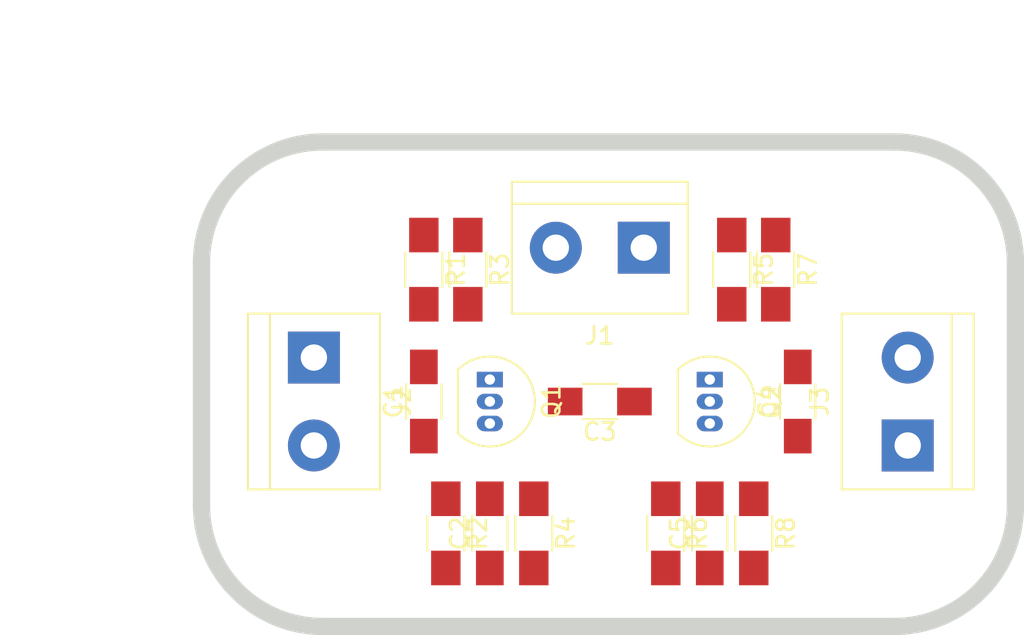
<source format=kicad_pcb>
(kicad_pcb (version 20171130) (host pcbnew "(5.0.1)-4")

  (general
    (thickness 1.6)
    (drawings 18)
    (tracks 0)
    (zones 0)
    (modules 18)
    (nets 11)
  )

  (page A4)
  (title_block
    (title "Two Stage Amplifier")
    (date 2020-11-26)
    (rev 1.0)
  )

  (layers
    (0 F.Cu signal)
    (31 B.Cu signal)
    (32 B.Adhes user)
    (33 F.Adhes user)
    (34 B.Paste user)
    (35 F.Paste user)
    (36 B.SilkS user)
    (37 F.SilkS user)
    (38 B.Mask user)
    (39 F.Mask user)
    (40 Dwgs.User user)
    (41 Cmts.User user)
    (42 Eco1.User user)
    (43 Eco2.User user)
    (44 Edge.Cuts user)
    (45 Margin user)
    (46 B.CrtYd user)
    (47 F.CrtYd user)
    (48 B.Fab user)
    (49 F.Fab user)
  )

  (setup
    (last_trace_width 0.5)
    (trace_clearance 0.2)
    (zone_clearance 0.508)
    (zone_45_only no)
    (trace_min 0.2)
    (segment_width 1)
    (edge_width 1)
    (via_size 0.8)
    (via_drill 0.6)
    (via_min_size 0.4)
    (via_min_drill 0.3)
    (uvia_size 0.3)
    (uvia_drill 0.1)
    (uvias_allowed no)
    (uvia_min_size 0.2)
    (uvia_min_drill 0.1)
    (pcb_text_width 0.3)
    (pcb_text_size 1.5 1.5)
    (mod_edge_width 0.15)
    (mod_text_size 1 1)
    (mod_text_width 0.15)
    (pad_size 1.524 1.524)
    (pad_drill 0.762)
    (pad_to_mask_clearance 0.051)
    (solder_mask_min_width 0.25)
    (aux_axis_origin 0 0)
    (grid_origin 109.22 62.23)
    (visible_elements FFFFFF7F)
    (pcbplotparams
      (layerselection 0x010fc_ffffffff)
      (usegerberextensions false)
      (usegerberattributes false)
      (usegerberadvancedattributes false)
      (creategerberjobfile false)
      (excludeedgelayer true)
      (linewidth 0.100000)
      (plotframeref false)
      (viasonmask false)
      (mode 1)
      (useauxorigin false)
      (hpglpennumber 1)
      (hpglpenspeed 20)
      (hpglpendiameter 15.000000)
      (psnegative false)
      (psa4output false)
      (plotreference true)
      (plotvalue true)
      (plotinvisibletext false)
      (padsonsilk false)
      (subtractmaskfromsilk false)
      (outputformat 1)
      (mirror false)
      (drillshape 1)
      (scaleselection 1)
      (outputdirectory ""))
  )

  (net 0 "")
  (net 1 "Net-(C1-Pad2)")
  (net 2 "Net-(C1-Pad1)")
  (net 3 "Net-(C2-Pad2)")
  (net 4 "Net-(C3-Pad2)")
  (net 5 "Net-(C3-Pad1)")
  (net 6 "Net-(C4-Pad2)")
  (net 7 "Net-(C4-Pad1)")
  (net 8 "Net-(C5-Pad2)")
  (net 9 /GND)
  (net 10 /VCC)

  (net_class Default "This is the default net class."
    (clearance 0.2)
    (trace_width 0.5)
    (via_dia 0.8)
    (via_drill 0.6)
    (uvia_dia 0.3)
    (uvia_drill 0.1)
    (add_net /GND)
    (add_net /VCC)
    (add_net "Net-(C1-Pad1)")
    (add_net "Net-(C1-Pad2)")
    (add_net "Net-(C2-Pad2)")
    (add_net "Net-(C3-Pad1)")
    (add_net "Net-(C3-Pad2)")
    (add_net "Net-(C4-Pad1)")
    (add_net "Net-(C4-Pad2)")
    (add_net "Net-(C5-Pad2)")
  )

  (net_class Power ""
    (clearance 0.2)
    (trace_width 1)
    (via_dia 1)
    (via_drill 0.6)
    (uvia_dia 0.3)
    (uvia_drill 0.1)
  )

  (module Capacitors_SMD:C_1206_HandSoldering (layer F.Cu) (tedit 58AA84D1) (tstamp 5FBF5E0C)
    (at 99.06 62.23 90)
    (descr "Capacitor SMD 1206, hand soldering")
    (tags "capacitor 1206")
    (path /5F8DD42A)
    (attr smd)
    (fp_text reference C1 (at 0 -1.75 90) (layer F.SilkS)
      (effects (font (size 1 1) (thickness 0.15)))
    )
    (fp_text value 20uF (at 0 2 90) (layer F.Fab)
      (effects (font (size 1 1) (thickness 0.15)))
    )
    (fp_line (start 3.25 1.05) (end -3.25 1.05) (layer F.CrtYd) (width 0.05))
    (fp_line (start 3.25 1.05) (end 3.25 -1.05) (layer F.CrtYd) (width 0.05))
    (fp_line (start -3.25 -1.05) (end -3.25 1.05) (layer F.CrtYd) (width 0.05))
    (fp_line (start -3.25 -1.05) (end 3.25 -1.05) (layer F.CrtYd) (width 0.05))
    (fp_line (start -1 1.02) (end 1 1.02) (layer F.SilkS) (width 0.12))
    (fp_line (start 1 -1.02) (end -1 -1.02) (layer F.SilkS) (width 0.12))
    (fp_line (start -1.6 -0.8) (end 1.6 -0.8) (layer F.Fab) (width 0.1))
    (fp_line (start 1.6 -0.8) (end 1.6 0.8) (layer F.Fab) (width 0.1))
    (fp_line (start 1.6 0.8) (end -1.6 0.8) (layer F.Fab) (width 0.1))
    (fp_line (start -1.6 0.8) (end -1.6 -0.8) (layer F.Fab) (width 0.1))
    (fp_text user %R (at 0 -1.75 90) (layer F.Fab)
      (effects (font (size 1 1) (thickness 0.15)))
    )
    (pad 2 smd rect (at 2 0 90) (size 2 1.6) (layers F.Cu F.Paste F.Mask)
      (net 1 "Net-(C1-Pad2)"))
    (pad 1 smd rect (at -2 0 90) (size 2 1.6) (layers F.Cu F.Paste F.Mask)
      (net 2 "Net-(C1-Pad1)"))
    (model Capacitors_SMD.3dshapes/C_1206.wrl
      (at (xyz 0 0 0))
      (scale (xyz 1 1 1))
      (rotate (xyz 0 0 0))
    )
  )

  (module Capacitors_SMD:C_1206_HandSoldering (layer F.Cu) (tedit 58AA84D1) (tstamp 5FBF5E1D)
    (at 102.87 69.85 90)
    (descr "Capacitor SMD 1206, hand soldering")
    (tags "capacitor 1206")
    (path /5F8DEA41)
    (attr smd)
    (fp_text reference C2 (at 0 -1.75 90) (layer F.SilkS)
      (effects (font (size 1 1) (thickness 0.15)))
    )
    (fp_text value 47uF (at 0 2 90) (layer F.Fab)
      (effects (font (size 1 1) (thickness 0.15)))
    )
    (fp_text user %R (at 0 -1.75 90) (layer F.Fab)
      (effects (font (size 1 1) (thickness 0.15)))
    )
    (fp_line (start -1.6 0.8) (end -1.6 -0.8) (layer F.Fab) (width 0.1))
    (fp_line (start 1.6 0.8) (end -1.6 0.8) (layer F.Fab) (width 0.1))
    (fp_line (start 1.6 -0.8) (end 1.6 0.8) (layer F.Fab) (width 0.1))
    (fp_line (start -1.6 -0.8) (end 1.6 -0.8) (layer F.Fab) (width 0.1))
    (fp_line (start 1 -1.02) (end -1 -1.02) (layer F.SilkS) (width 0.12))
    (fp_line (start -1 1.02) (end 1 1.02) (layer F.SilkS) (width 0.12))
    (fp_line (start -3.25 -1.05) (end 3.25 -1.05) (layer F.CrtYd) (width 0.05))
    (fp_line (start -3.25 -1.05) (end -3.25 1.05) (layer F.CrtYd) (width 0.05))
    (fp_line (start 3.25 1.05) (end 3.25 -1.05) (layer F.CrtYd) (width 0.05))
    (fp_line (start 3.25 1.05) (end -3.25 1.05) (layer F.CrtYd) (width 0.05))
    (pad 1 smd rect (at -2 0 90) (size 2 1.6) (layers F.Cu F.Paste F.Mask)
      (net 9 /GND))
    (pad 2 smd rect (at 2 0 90) (size 2 1.6) (layers F.Cu F.Paste F.Mask)
      (net 3 "Net-(C2-Pad2)"))
    (model Capacitors_SMD.3dshapes/C_1206.wrl
      (at (xyz 0 0 0))
      (scale (xyz 1 1 1))
      (rotate (xyz 0 0 0))
    )
  )

  (module Capacitors_SMD:C_1206_HandSoldering (layer F.Cu) (tedit 58AA84D1) (tstamp 5FBF5E2E)
    (at 109.22 62.23 180)
    (descr "Capacitor SMD 1206, hand soldering")
    (tags "capacitor 1206")
    (path /5F8E463E)
    (attr smd)
    (fp_text reference C3 (at 0 -1.75 180) (layer F.SilkS)
      (effects (font (size 1 1) (thickness 0.15)))
    )
    (fp_text value 20uF (at 0 2 180) (layer F.Fab)
      (effects (font (size 1 1) (thickness 0.15)))
    )
    (fp_line (start 3.25 1.05) (end -3.25 1.05) (layer F.CrtYd) (width 0.05))
    (fp_line (start 3.25 1.05) (end 3.25 -1.05) (layer F.CrtYd) (width 0.05))
    (fp_line (start -3.25 -1.05) (end -3.25 1.05) (layer F.CrtYd) (width 0.05))
    (fp_line (start -3.25 -1.05) (end 3.25 -1.05) (layer F.CrtYd) (width 0.05))
    (fp_line (start -1 1.02) (end 1 1.02) (layer F.SilkS) (width 0.12))
    (fp_line (start 1 -1.02) (end -1 -1.02) (layer F.SilkS) (width 0.12))
    (fp_line (start -1.6 -0.8) (end 1.6 -0.8) (layer F.Fab) (width 0.1))
    (fp_line (start 1.6 -0.8) (end 1.6 0.8) (layer F.Fab) (width 0.1))
    (fp_line (start 1.6 0.8) (end -1.6 0.8) (layer F.Fab) (width 0.1))
    (fp_line (start -1.6 0.8) (end -1.6 -0.8) (layer F.Fab) (width 0.1))
    (fp_text user %R (at 0 -1.75 180) (layer F.Fab)
      (effects (font (size 1 1) (thickness 0.15)))
    )
    (pad 2 smd rect (at 2 0 180) (size 2 1.6) (layers F.Cu F.Paste F.Mask)
      (net 4 "Net-(C3-Pad2)"))
    (pad 1 smd rect (at -2 0 180) (size 2 1.6) (layers F.Cu F.Paste F.Mask)
      (net 5 "Net-(C3-Pad1)"))
    (model Capacitors_SMD.3dshapes/C_1206.wrl
      (at (xyz 0 0 0))
      (scale (xyz 1 1 1))
      (rotate (xyz 0 0 0))
    )
  )

  (module Capacitors_SMD:C_1206_HandSoldering (layer F.Cu) (tedit 58AA84D1) (tstamp 5FBF5E3F)
    (at 120.65 62.23 90)
    (descr "Capacitor SMD 1206, hand soldering")
    (tags "capacitor 1206")
    (path /5F8E6554)
    (attr smd)
    (fp_text reference C4 (at 0 -1.75 90) (layer F.SilkS)
      (effects (font (size 1 1) (thickness 0.15)))
    )
    (fp_text value 20uF (at 0 2 90) (layer F.Fab)
      (effects (font (size 1 1) (thickness 0.15)))
    )
    (fp_line (start 3.25 1.05) (end -3.25 1.05) (layer F.CrtYd) (width 0.05))
    (fp_line (start 3.25 1.05) (end 3.25 -1.05) (layer F.CrtYd) (width 0.05))
    (fp_line (start -3.25 -1.05) (end -3.25 1.05) (layer F.CrtYd) (width 0.05))
    (fp_line (start -3.25 -1.05) (end 3.25 -1.05) (layer F.CrtYd) (width 0.05))
    (fp_line (start -1 1.02) (end 1 1.02) (layer F.SilkS) (width 0.12))
    (fp_line (start 1 -1.02) (end -1 -1.02) (layer F.SilkS) (width 0.12))
    (fp_line (start -1.6 -0.8) (end 1.6 -0.8) (layer F.Fab) (width 0.1))
    (fp_line (start 1.6 -0.8) (end 1.6 0.8) (layer F.Fab) (width 0.1))
    (fp_line (start 1.6 0.8) (end -1.6 0.8) (layer F.Fab) (width 0.1))
    (fp_line (start -1.6 0.8) (end -1.6 -0.8) (layer F.Fab) (width 0.1))
    (fp_text user %R (at 0 -1.75 90) (layer F.Fab)
      (effects (font (size 1 1) (thickness 0.15)))
    )
    (pad 2 smd rect (at 2 0 90) (size 2 1.6) (layers F.Cu F.Paste F.Mask)
      (net 6 "Net-(C4-Pad2)"))
    (pad 1 smd rect (at -2 0 90) (size 2 1.6) (layers F.Cu F.Paste F.Mask)
      (net 7 "Net-(C4-Pad1)"))
    (model Capacitors_SMD.3dshapes/C_1206.wrl
      (at (xyz 0 0 0))
      (scale (xyz 1 1 1))
      (rotate (xyz 0 0 0))
    )
  )

  (module Capacitors_SMD:C_1206_HandSoldering (layer F.Cu) (tedit 58AA84D1) (tstamp 5FBF5E50)
    (at 115.57 69.85 90)
    (descr "Capacitor SMD 1206, hand soldering")
    (tags "capacitor 1206")
    (path /5F8E4665)
    (attr smd)
    (fp_text reference C5 (at 0 -1.75 90) (layer F.SilkS)
      (effects (font (size 1 1) (thickness 0.15)))
    )
    (fp_text value 47uF (at 0 2 90) (layer F.Fab)
      (effects (font (size 1 1) (thickness 0.15)))
    )
    (fp_text user %R (at 0 -1.75 90) (layer F.Fab)
      (effects (font (size 1 1) (thickness 0.15)))
    )
    (fp_line (start -1.6 0.8) (end -1.6 -0.8) (layer F.Fab) (width 0.1))
    (fp_line (start 1.6 0.8) (end -1.6 0.8) (layer F.Fab) (width 0.1))
    (fp_line (start 1.6 -0.8) (end 1.6 0.8) (layer F.Fab) (width 0.1))
    (fp_line (start -1.6 -0.8) (end 1.6 -0.8) (layer F.Fab) (width 0.1))
    (fp_line (start 1 -1.02) (end -1 -1.02) (layer F.SilkS) (width 0.12))
    (fp_line (start -1 1.02) (end 1 1.02) (layer F.SilkS) (width 0.12))
    (fp_line (start -3.25 -1.05) (end 3.25 -1.05) (layer F.CrtYd) (width 0.05))
    (fp_line (start -3.25 -1.05) (end -3.25 1.05) (layer F.CrtYd) (width 0.05))
    (fp_line (start 3.25 1.05) (end 3.25 -1.05) (layer F.CrtYd) (width 0.05))
    (fp_line (start 3.25 1.05) (end -3.25 1.05) (layer F.CrtYd) (width 0.05))
    (pad 1 smd rect (at -2 0 90) (size 2 1.6) (layers F.Cu F.Paste F.Mask)
      (net 9 /GND))
    (pad 2 smd rect (at 2 0 90) (size 2 1.6) (layers F.Cu F.Paste F.Mask)
      (net 8 "Net-(C5-Pad2)"))
    (model Capacitors_SMD.3dshapes/C_1206.wrl
      (at (xyz 0 0 0))
      (scale (xyz 1 1 1))
      (rotate (xyz 0 0 0))
    )
  )

  (module Terminal_Blocks:TerminalBlock_bornier-2_P5.08mm (layer F.Cu) (tedit 59FF03AB) (tstamp 5FBF5E65)
    (at 111.76 53.34 180)
    (descr "simple 2-pin terminal block, pitch 5.08mm, revamped version of bornier2")
    (tags "terminal block bornier2")
    (path /5F8DD203)
    (fp_text reference J1 (at 2.54 -5.08 180) (layer F.SilkS)
      (effects (font (size 1 1) (thickness 0.15)))
    )
    (fp_text value Power_Supply (at 2.54 -2.54 180) (layer F.Fab)
      (effects (font (size 1 1) (thickness 0.15)))
    )
    (fp_line (start 7.79 4) (end -2.71 4) (layer F.CrtYd) (width 0.05))
    (fp_line (start 7.79 4) (end 7.79 -4) (layer F.CrtYd) (width 0.05))
    (fp_line (start -2.71 -4) (end -2.71 4) (layer F.CrtYd) (width 0.05))
    (fp_line (start -2.71 -4) (end 7.79 -4) (layer F.CrtYd) (width 0.05))
    (fp_line (start -2.54 3.81) (end 7.62 3.81) (layer F.SilkS) (width 0.12))
    (fp_line (start -2.54 -3.81) (end -2.54 3.81) (layer F.SilkS) (width 0.12))
    (fp_line (start 7.62 -3.81) (end -2.54 -3.81) (layer F.SilkS) (width 0.12))
    (fp_line (start 7.62 3.81) (end 7.62 -3.81) (layer F.SilkS) (width 0.12))
    (fp_line (start 7.62 2.54) (end -2.54 2.54) (layer F.SilkS) (width 0.12))
    (fp_line (start 7.54 -3.75) (end -2.46 -3.75) (layer F.Fab) (width 0.1))
    (fp_line (start 7.54 3.75) (end 7.54 -3.75) (layer F.Fab) (width 0.1))
    (fp_line (start -2.46 3.75) (end 7.54 3.75) (layer F.Fab) (width 0.1))
    (fp_line (start -2.46 -3.75) (end -2.46 3.75) (layer F.Fab) (width 0.1))
    (fp_line (start -2.41 2.55) (end 7.49 2.55) (layer F.Fab) (width 0.1))
    (fp_text user %R (at 2.54 0 180) (layer F.Fab)
      (effects (font (size 1 1) (thickness 0.15)))
    )
    (pad 2 thru_hole circle (at 5.08 0 180) (size 3 3) (drill 1.52) (layers *.Cu *.Mask)
      (net 9 /GND))
    (pad 1 thru_hole rect (at 0 0 180) (size 3 3) (drill 1.52) (layers *.Cu *.Mask)
      (net 10 /VCC))
    (model ${KISYS3DMOD}/Terminal_Blocks.3dshapes/TerminalBlock_bornier-2_P5.08mm.wrl
      (offset (xyz 2.539999961853027 0 0))
      (scale (xyz 1 1 1))
      (rotate (xyz 0 0 0))
    )
  )

  (module Terminal_Blocks:TerminalBlock_bornier-2_P5.08mm (layer F.Cu) (tedit 59FF03AB) (tstamp 5FBF5E7A)
    (at 92.71 59.69 270)
    (descr "simple 2-pin terminal block, pitch 5.08mm, revamped version of bornier2")
    (tags "terminal block bornier2")
    (path /5F8DD184)
    (fp_text reference J2 (at 2.54 -5.08 270) (layer F.SilkS)
      (effects (font (size 1 1) (thickness 0.15)))
    )
    (fp_text value Signal_In (at -3.81 0) (layer F.Fab)
      (effects (font (size 1 1) (thickness 0.15)))
    )
    (fp_line (start 7.79 4) (end -2.71 4) (layer F.CrtYd) (width 0.05))
    (fp_line (start 7.79 4) (end 7.79 -4) (layer F.CrtYd) (width 0.05))
    (fp_line (start -2.71 -4) (end -2.71 4) (layer F.CrtYd) (width 0.05))
    (fp_line (start -2.71 -4) (end 7.79 -4) (layer F.CrtYd) (width 0.05))
    (fp_line (start -2.54 3.81) (end 7.62 3.81) (layer F.SilkS) (width 0.12))
    (fp_line (start -2.54 -3.81) (end -2.54 3.81) (layer F.SilkS) (width 0.12))
    (fp_line (start 7.62 -3.81) (end -2.54 -3.81) (layer F.SilkS) (width 0.12))
    (fp_line (start 7.62 3.81) (end 7.62 -3.81) (layer F.SilkS) (width 0.12))
    (fp_line (start 7.62 2.54) (end -2.54 2.54) (layer F.SilkS) (width 0.12))
    (fp_line (start 7.54 -3.75) (end -2.46 -3.75) (layer F.Fab) (width 0.1))
    (fp_line (start 7.54 3.75) (end 7.54 -3.75) (layer F.Fab) (width 0.1))
    (fp_line (start -2.46 3.75) (end 7.54 3.75) (layer F.Fab) (width 0.1))
    (fp_line (start -2.46 -3.75) (end -2.46 3.75) (layer F.Fab) (width 0.1))
    (fp_line (start -2.41 2.55) (end 7.49 2.55) (layer F.Fab) (width 0.1))
    (fp_text user %R (at 2.54 0 270) (layer F.Fab)
      (effects (font (size 1 1) (thickness 0.15)))
    )
    (pad 2 thru_hole circle (at 5.08 0 270) (size 3 3) (drill 1.52) (layers *.Cu *.Mask)
      (net 9 /GND))
    (pad 1 thru_hole rect (at 0 0 270) (size 3 3) (drill 1.52) (layers *.Cu *.Mask)
      (net 1 "Net-(C1-Pad2)"))
    (model ${KISYS3DMOD}/Terminal_Blocks.3dshapes/TerminalBlock_bornier-2_P5.08mm.wrl
      (offset (xyz 2.539999961853027 0 0))
      (scale (xyz 1 1 1))
      (rotate (xyz 0 0 0))
    )
  )

  (module Terminal_Blocks:TerminalBlock_bornier-2_P5.08mm (layer F.Cu) (tedit 59FF03AB) (tstamp 5FBF5E8F)
    (at 127 64.77 90)
    (descr "simple 2-pin terminal block, pitch 5.08mm, revamped version of bornier2")
    (tags "terminal block bornier2")
    (path /5F8E86F2)
    (fp_text reference J3 (at 2.54 -5.08 90) (layer F.SilkS)
      (effects (font (size 1 1) (thickness 0.15)))
    )
    (fp_text value Signal_Out (at 8.89 0 180) (layer F.Fab)
      (effects (font (size 1 1) (thickness 0.15)))
    )
    (fp_text user %R (at 2.54 0 90) (layer F.Fab)
      (effects (font (size 1 1) (thickness 0.15)))
    )
    (fp_line (start -2.41 2.55) (end 7.49 2.55) (layer F.Fab) (width 0.1))
    (fp_line (start -2.46 -3.75) (end -2.46 3.75) (layer F.Fab) (width 0.1))
    (fp_line (start -2.46 3.75) (end 7.54 3.75) (layer F.Fab) (width 0.1))
    (fp_line (start 7.54 3.75) (end 7.54 -3.75) (layer F.Fab) (width 0.1))
    (fp_line (start 7.54 -3.75) (end -2.46 -3.75) (layer F.Fab) (width 0.1))
    (fp_line (start 7.62 2.54) (end -2.54 2.54) (layer F.SilkS) (width 0.12))
    (fp_line (start 7.62 3.81) (end 7.62 -3.81) (layer F.SilkS) (width 0.12))
    (fp_line (start 7.62 -3.81) (end -2.54 -3.81) (layer F.SilkS) (width 0.12))
    (fp_line (start -2.54 -3.81) (end -2.54 3.81) (layer F.SilkS) (width 0.12))
    (fp_line (start -2.54 3.81) (end 7.62 3.81) (layer F.SilkS) (width 0.12))
    (fp_line (start -2.71 -4) (end 7.79 -4) (layer F.CrtYd) (width 0.05))
    (fp_line (start -2.71 -4) (end -2.71 4) (layer F.CrtYd) (width 0.05))
    (fp_line (start 7.79 4) (end 7.79 -4) (layer F.CrtYd) (width 0.05))
    (fp_line (start 7.79 4) (end -2.71 4) (layer F.CrtYd) (width 0.05))
    (pad 1 thru_hole rect (at 0 0 90) (size 3 3) (drill 1.52) (layers *.Cu *.Mask)
      (net 7 "Net-(C4-Pad1)"))
    (pad 2 thru_hole circle (at 5.08 0 90) (size 3 3) (drill 1.52) (layers *.Cu *.Mask)
      (net 9 /GND))
    (model ${KISYS3DMOD}/Terminal_Blocks.3dshapes/TerminalBlock_bornier-2_P5.08mm.wrl
      (offset (xyz 2.539999961853027 0 0))
      (scale (xyz 1 1 1))
      (rotate (xyz 0 0 0))
    )
  )

  (module TO_SOT_Packages_THT:TO-92_Inline_Narrow_Oval (layer F.Cu) (tedit 58CE52AF) (tstamp 5FBF5EA1)
    (at 102.87 60.96 270)
    (descr "TO-92 leads in-line, narrow, oval pads, drill 0.6mm (see NXP sot054_po.pdf)")
    (tags "to-92 sc-43 sc-43a sot54 PA33 transistor")
    (path /5F8DD3E4)
    (fp_text reference Q1 (at 1.27 -3.56 270) (layer F.SilkS)
      (effects (font (size 1 1) (thickness 0.15)))
    )
    (fp_text value BC548 (at 1.27 2.79 270) (layer F.Fab)
      (effects (font (size 1 1) (thickness 0.15)))
    )
    (fp_arc (start 1.27 0) (end 1.27 -2.6) (angle 135) (layer F.SilkS) (width 0.12))
    (fp_arc (start 1.27 0) (end 1.27 -2.48) (angle -135) (layer F.Fab) (width 0.1))
    (fp_arc (start 1.27 0) (end 1.27 -2.6) (angle -135) (layer F.SilkS) (width 0.12))
    (fp_arc (start 1.27 0) (end 1.27 -2.48) (angle 135) (layer F.Fab) (width 0.1))
    (fp_line (start 4 2.01) (end -1.46 2.01) (layer F.CrtYd) (width 0.05))
    (fp_line (start 4 2.01) (end 4 -2.73) (layer F.CrtYd) (width 0.05))
    (fp_line (start -1.46 -2.73) (end -1.46 2.01) (layer F.CrtYd) (width 0.05))
    (fp_line (start -1.46 -2.73) (end 4 -2.73) (layer F.CrtYd) (width 0.05))
    (fp_line (start -0.5 1.75) (end 3 1.75) (layer F.Fab) (width 0.1))
    (fp_line (start -0.53 1.85) (end 3.07 1.85) (layer F.SilkS) (width 0.12))
    (fp_text user %R (at 1.27 -3.56 270) (layer F.Fab)
      (effects (font (size 1 1) (thickness 0.15)))
    )
    (pad 1 thru_hole rect (at 0 0 90) (size 0.9 1.5) (drill 0.6) (layers *.Cu *.Mask)
      (net 4 "Net-(C3-Pad2)"))
    (pad 3 thru_hole oval (at 2.54 0 90) (size 0.9 1.5) (drill 0.6) (layers *.Cu *.Mask)
      (net 3 "Net-(C2-Pad2)"))
    (pad 2 thru_hole oval (at 1.27 0 90) (size 0.9 1.5) (drill 0.6) (layers *.Cu *.Mask)
      (net 2 "Net-(C1-Pad1)"))
    (model ${KISYS3DMOD}/TO_SOT_Packages_THT.3dshapes/TO-92_Inline_Narrow_Oval.wrl
      (offset (xyz 1.269999980926514 0 0))
      (scale (xyz 1 1 1))
      (rotate (xyz 0 0 -90))
    )
  )

  (module TO_SOT_Packages_THT:TO-92_Inline_Narrow_Oval (layer F.Cu) (tedit 58CE52AF) (tstamp 5FBF5EB3)
    (at 115.57 60.96 270)
    (descr "TO-92 leads in-line, narrow, oval pads, drill 0.6mm (see NXP sot054_po.pdf)")
    (tags "to-92 sc-43 sc-43a sot54 PA33 transistor")
    (path /5F8E4637)
    (fp_text reference Q2 (at 1.27 -3.56 270) (layer F.SilkS)
      (effects (font (size 1 1) (thickness 0.15)))
    )
    (fp_text value BC548 (at 1.27 2.79 270) (layer F.Fab)
      (effects (font (size 1 1) (thickness 0.15)))
    )
    (fp_text user %R (at 1.27 -3.56 270) (layer F.Fab)
      (effects (font (size 1 1) (thickness 0.15)))
    )
    (fp_line (start -0.53 1.85) (end 3.07 1.85) (layer F.SilkS) (width 0.12))
    (fp_line (start -0.5 1.75) (end 3 1.75) (layer F.Fab) (width 0.1))
    (fp_line (start -1.46 -2.73) (end 4 -2.73) (layer F.CrtYd) (width 0.05))
    (fp_line (start -1.46 -2.73) (end -1.46 2.01) (layer F.CrtYd) (width 0.05))
    (fp_line (start 4 2.01) (end 4 -2.73) (layer F.CrtYd) (width 0.05))
    (fp_line (start 4 2.01) (end -1.46 2.01) (layer F.CrtYd) (width 0.05))
    (fp_arc (start 1.27 0) (end 1.27 -2.48) (angle 135) (layer F.Fab) (width 0.1))
    (fp_arc (start 1.27 0) (end 1.27 -2.6) (angle -135) (layer F.SilkS) (width 0.12))
    (fp_arc (start 1.27 0) (end 1.27 -2.48) (angle -135) (layer F.Fab) (width 0.1))
    (fp_arc (start 1.27 0) (end 1.27 -2.6) (angle 135) (layer F.SilkS) (width 0.12))
    (pad 2 thru_hole oval (at 1.27 0 90) (size 0.9 1.5) (drill 0.6) (layers *.Cu *.Mask)
      (net 5 "Net-(C3-Pad1)"))
    (pad 3 thru_hole oval (at 2.54 0 90) (size 0.9 1.5) (drill 0.6) (layers *.Cu *.Mask)
      (net 8 "Net-(C5-Pad2)"))
    (pad 1 thru_hole rect (at 0 0 90) (size 0.9 1.5) (drill 0.6) (layers *.Cu *.Mask)
      (net 6 "Net-(C4-Pad2)"))
    (model ${KISYS3DMOD}/TO_SOT_Packages_THT.3dshapes/TO-92_Inline_Narrow_Oval.wrl
      (offset (xyz 1.269999980926514 0 0))
      (scale (xyz 1 1 1))
      (rotate (xyz 0 0 -90))
    )
  )

  (module Resistors_SMD:R_1206_HandSoldering (layer F.Cu) (tedit 58E0A804) (tstamp 5FBF6C5D)
    (at 99.06 54.61 270)
    (descr "Resistor SMD 1206, hand soldering")
    (tags "resistor 1206")
    (path /5F8E26C5)
    (attr smd)
    (fp_text reference R1 (at 0 -1.85 270) (layer F.SilkS)
      (effects (font (size 1 1) (thickness 0.15)))
    )
    (fp_text value 24k (at 0 1.9 270) (layer F.Fab)
      (effects (font (size 1 1) (thickness 0.15)))
    )
    (fp_text user %R (at 0 0 270) (layer F.Fab)
      (effects (font (size 0.7 0.7) (thickness 0.105)))
    )
    (fp_line (start -1.6 0.8) (end -1.6 -0.8) (layer F.Fab) (width 0.1))
    (fp_line (start 1.6 0.8) (end -1.6 0.8) (layer F.Fab) (width 0.1))
    (fp_line (start 1.6 -0.8) (end 1.6 0.8) (layer F.Fab) (width 0.1))
    (fp_line (start -1.6 -0.8) (end 1.6 -0.8) (layer F.Fab) (width 0.1))
    (fp_line (start 1 1.07) (end -1 1.07) (layer F.SilkS) (width 0.12))
    (fp_line (start -1 -1.07) (end 1 -1.07) (layer F.SilkS) (width 0.12))
    (fp_line (start -3.25 -1.11) (end 3.25 -1.11) (layer F.CrtYd) (width 0.05))
    (fp_line (start -3.25 -1.11) (end -3.25 1.1) (layer F.CrtYd) (width 0.05))
    (fp_line (start 3.25 1.1) (end 3.25 -1.11) (layer F.CrtYd) (width 0.05))
    (fp_line (start 3.25 1.1) (end -3.25 1.1) (layer F.CrtYd) (width 0.05))
    (pad 1 smd rect (at -2 0 270) (size 2 1.7) (layers F.Cu F.Paste F.Mask)
      (net 10 /VCC))
    (pad 2 smd rect (at 2 0 270) (size 2 1.7) (layers F.Cu F.Paste F.Mask)
      (net 2 "Net-(C1-Pad1)"))
    (model ${KISYS3DMOD}/Resistors_SMD.3dshapes/R_1206.wrl
      (at (xyz 0 0 0))
      (scale (xyz 1 1 1))
      (rotate (xyz 0 0 0))
    )
  )

  (module Resistors_SMD:R_1206_HandSoldering (layer F.Cu) (tedit 58E0A804) (tstamp 5FBF6C6D)
    (at 100.33 69.85 270)
    (descr "Resistor SMD 1206, hand soldering")
    (tags "resistor 1206")
    (path /5F8DD557)
    (attr smd)
    (fp_text reference R2 (at 0 -1.85 270) (layer F.SilkS)
      (effects (font (size 1 1) (thickness 0.15)))
    )
    (fp_text value 6k8 (at 0 1.9 270) (layer F.Fab)
      (effects (font (size 1 1) (thickness 0.15)))
    )
    (fp_line (start 3.25 1.1) (end -3.25 1.1) (layer F.CrtYd) (width 0.05))
    (fp_line (start 3.25 1.1) (end 3.25 -1.11) (layer F.CrtYd) (width 0.05))
    (fp_line (start -3.25 -1.11) (end -3.25 1.1) (layer F.CrtYd) (width 0.05))
    (fp_line (start -3.25 -1.11) (end 3.25 -1.11) (layer F.CrtYd) (width 0.05))
    (fp_line (start -1 -1.07) (end 1 -1.07) (layer F.SilkS) (width 0.12))
    (fp_line (start 1 1.07) (end -1 1.07) (layer F.SilkS) (width 0.12))
    (fp_line (start -1.6 -0.8) (end 1.6 -0.8) (layer F.Fab) (width 0.1))
    (fp_line (start 1.6 -0.8) (end 1.6 0.8) (layer F.Fab) (width 0.1))
    (fp_line (start 1.6 0.8) (end -1.6 0.8) (layer F.Fab) (width 0.1))
    (fp_line (start -1.6 0.8) (end -1.6 -0.8) (layer F.Fab) (width 0.1))
    (fp_text user %R (at 0 0 270) (layer F.Fab)
      (effects (font (size 0.7 0.7) (thickness 0.105)))
    )
    (pad 2 smd rect (at 2 0 270) (size 2 1.7) (layers F.Cu F.Paste F.Mask)
      (net 9 /GND))
    (pad 1 smd rect (at -2 0 270) (size 2 1.7) (layers F.Cu F.Paste F.Mask)
      (net 2 "Net-(C1-Pad1)"))
    (model ${KISYS3DMOD}/Resistors_SMD.3dshapes/R_1206.wrl
      (at (xyz 0 0 0))
      (scale (xyz 1 1 1))
      (rotate (xyz 0 0 0))
    )
  )

  (module Resistors_SMD:R_1206_HandSoldering (layer F.Cu) (tedit 58E0A804) (tstamp 5FBF6C7D)
    (at 101.6 54.61 270)
    (descr "Resistor SMD 1206, hand soldering")
    (tags "resistor 1206")
    (path /5F8E26FD)
    (attr smd)
    (fp_text reference R3 (at 0 -1.85 270) (layer F.SilkS)
      (effects (font (size 1 1) (thickness 0.15)))
    )
    (fp_text value 4k7 (at 0 1.9 270) (layer F.Fab)
      (effects (font (size 1 1) (thickness 0.15)))
    )
    (fp_line (start 3.25 1.1) (end -3.25 1.1) (layer F.CrtYd) (width 0.05))
    (fp_line (start 3.25 1.1) (end 3.25 -1.11) (layer F.CrtYd) (width 0.05))
    (fp_line (start -3.25 -1.11) (end -3.25 1.1) (layer F.CrtYd) (width 0.05))
    (fp_line (start -3.25 -1.11) (end 3.25 -1.11) (layer F.CrtYd) (width 0.05))
    (fp_line (start -1 -1.07) (end 1 -1.07) (layer F.SilkS) (width 0.12))
    (fp_line (start 1 1.07) (end -1 1.07) (layer F.SilkS) (width 0.12))
    (fp_line (start -1.6 -0.8) (end 1.6 -0.8) (layer F.Fab) (width 0.1))
    (fp_line (start 1.6 -0.8) (end 1.6 0.8) (layer F.Fab) (width 0.1))
    (fp_line (start 1.6 0.8) (end -1.6 0.8) (layer F.Fab) (width 0.1))
    (fp_line (start -1.6 0.8) (end -1.6 -0.8) (layer F.Fab) (width 0.1))
    (fp_text user %R (at 0 0 270) (layer F.Fab)
      (effects (font (size 0.7 0.7) (thickness 0.105)))
    )
    (pad 2 smd rect (at 2 0 270) (size 2 1.7) (layers F.Cu F.Paste F.Mask)
      (net 4 "Net-(C3-Pad2)"))
    (pad 1 smd rect (at -2 0 270) (size 2 1.7) (layers F.Cu F.Paste F.Mask)
      (net 10 /VCC))
    (model ${KISYS3DMOD}/Resistors_SMD.3dshapes/R_1206.wrl
      (at (xyz 0 0 0))
      (scale (xyz 1 1 1))
      (rotate (xyz 0 0 0))
    )
  )

  (module Resistors_SMD:R_1206_HandSoldering (layer F.Cu) (tedit 58E0A804) (tstamp 5FBF6C8D)
    (at 105.41 69.85 270)
    (descr "Resistor SMD 1206, hand soldering")
    (tags "resistor 1206")
    (path /5F8E277A)
    (attr smd)
    (fp_text reference R4 (at 0 -1.85 270) (layer F.SilkS)
      (effects (font (size 1 1) (thickness 0.15)))
    )
    (fp_text value 1k8 (at 0 1.9 270) (layer F.Fab)
      (effects (font (size 1 1) (thickness 0.15)))
    )
    (fp_text user %R (at 0 0 270) (layer F.Fab)
      (effects (font (size 0.7 0.7) (thickness 0.105)))
    )
    (fp_line (start -1.6 0.8) (end -1.6 -0.8) (layer F.Fab) (width 0.1))
    (fp_line (start 1.6 0.8) (end -1.6 0.8) (layer F.Fab) (width 0.1))
    (fp_line (start 1.6 -0.8) (end 1.6 0.8) (layer F.Fab) (width 0.1))
    (fp_line (start -1.6 -0.8) (end 1.6 -0.8) (layer F.Fab) (width 0.1))
    (fp_line (start 1 1.07) (end -1 1.07) (layer F.SilkS) (width 0.12))
    (fp_line (start -1 -1.07) (end 1 -1.07) (layer F.SilkS) (width 0.12))
    (fp_line (start -3.25 -1.11) (end 3.25 -1.11) (layer F.CrtYd) (width 0.05))
    (fp_line (start -3.25 -1.11) (end -3.25 1.1) (layer F.CrtYd) (width 0.05))
    (fp_line (start 3.25 1.1) (end 3.25 -1.11) (layer F.CrtYd) (width 0.05))
    (fp_line (start 3.25 1.1) (end -3.25 1.1) (layer F.CrtYd) (width 0.05))
    (pad 1 smd rect (at -2 0 270) (size 2 1.7) (layers F.Cu F.Paste F.Mask)
      (net 3 "Net-(C2-Pad2)"))
    (pad 2 smd rect (at 2 0 270) (size 2 1.7) (layers F.Cu F.Paste F.Mask)
      (net 9 /GND))
    (model ${KISYS3DMOD}/Resistors_SMD.3dshapes/R_1206.wrl
      (at (xyz 0 0 0))
      (scale (xyz 1 1 1))
      (rotate (xyz 0 0 0))
    )
  )

  (module Resistors_SMD:R_1206_HandSoldering (layer F.Cu) (tedit 58E0A804) (tstamp 5FBF6C9D)
    (at 116.84 54.61 270)
    (descr "Resistor SMD 1206, hand soldering")
    (tags "resistor 1206")
    (path /5F8E466C)
    (attr smd)
    (fp_text reference R5 (at 0 -1.85 270) (layer F.SilkS)
      (effects (font (size 1 1) (thickness 0.15)))
    )
    (fp_text value 24k (at 0 1.9 270) (layer F.Fab)
      (effects (font (size 1 1) (thickness 0.15)))
    )
    (fp_text user %R (at 0 0 270) (layer F.Fab)
      (effects (font (size 0.7 0.7) (thickness 0.105)))
    )
    (fp_line (start -1.6 0.8) (end -1.6 -0.8) (layer F.Fab) (width 0.1))
    (fp_line (start 1.6 0.8) (end -1.6 0.8) (layer F.Fab) (width 0.1))
    (fp_line (start 1.6 -0.8) (end 1.6 0.8) (layer F.Fab) (width 0.1))
    (fp_line (start -1.6 -0.8) (end 1.6 -0.8) (layer F.Fab) (width 0.1))
    (fp_line (start 1 1.07) (end -1 1.07) (layer F.SilkS) (width 0.12))
    (fp_line (start -1 -1.07) (end 1 -1.07) (layer F.SilkS) (width 0.12))
    (fp_line (start -3.25 -1.11) (end 3.25 -1.11) (layer F.CrtYd) (width 0.05))
    (fp_line (start -3.25 -1.11) (end -3.25 1.1) (layer F.CrtYd) (width 0.05))
    (fp_line (start 3.25 1.1) (end 3.25 -1.11) (layer F.CrtYd) (width 0.05))
    (fp_line (start 3.25 1.1) (end -3.25 1.1) (layer F.CrtYd) (width 0.05))
    (pad 1 smd rect (at -2 0 270) (size 2 1.7) (layers F.Cu F.Paste F.Mask)
      (net 10 /VCC))
    (pad 2 smd rect (at 2 0 270) (size 2 1.7) (layers F.Cu F.Paste F.Mask)
      (net 5 "Net-(C3-Pad1)"))
    (model ${KISYS3DMOD}/Resistors_SMD.3dshapes/R_1206.wrl
      (at (xyz 0 0 0))
      (scale (xyz 1 1 1))
      (rotate (xyz 0 0 0))
    )
  )

  (module Resistors_SMD:R_1206_HandSoldering (layer F.Cu) (tedit 58E0A804) (tstamp 5FBF6CAD)
    (at 113.03 69.85 270)
    (descr "Resistor SMD 1206, hand soldering")
    (tags "resistor 1206")
    (path /5F8E4645)
    (attr smd)
    (fp_text reference R6 (at 0 -1.85 270) (layer F.SilkS)
      (effects (font (size 1 1) (thickness 0.15)))
    )
    (fp_text value 6k8 (at 0 1.9 270) (layer F.Fab)
      (effects (font (size 1 1) (thickness 0.15)))
    )
    (fp_line (start 3.25 1.1) (end -3.25 1.1) (layer F.CrtYd) (width 0.05))
    (fp_line (start 3.25 1.1) (end 3.25 -1.11) (layer F.CrtYd) (width 0.05))
    (fp_line (start -3.25 -1.11) (end -3.25 1.1) (layer F.CrtYd) (width 0.05))
    (fp_line (start -3.25 -1.11) (end 3.25 -1.11) (layer F.CrtYd) (width 0.05))
    (fp_line (start -1 -1.07) (end 1 -1.07) (layer F.SilkS) (width 0.12))
    (fp_line (start 1 1.07) (end -1 1.07) (layer F.SilkS) (width 0.12))
    (fp_line (start -1.6 -0.8) (end 1.6 -0.8) (layer F.Fab) (width 0.1))
    (fp_line (start 1.6 -0.8) (end 1.6 0.8) (layer F.Fab) (width 0.1))
    (fp_line (start 1.6 0.8) (end -1.6 0.8) (layer F.Fab) (width 0.1))
    (fp_line (start -1.6 0.8) (end -1.6 -0.8) (layer F.Fab) (width 0.1))
    (fp_text user %R (at 0 0 270) (layer F.Fab)
      (effects (font (size 0.7 0.7) (thickness 0.105)))
    )
    (pad 2 smd rect (at 2 0 270) (size 2 1.7) (layers F.Cu F.Paste F.Mask)
      (net 9 /GND))
    (pad 1 smd rect (at -2 0 270) (size 2 1.7) (layers F.Cu F.Paste F.Mask)
      (net 5 "Net-(C3-Pad1)"))
    (model ${KISYS3DMOD}/Resistors_SMD.3dshapes/R_1206.wrl
      (at (xyz 0 0 0))
      (scale (xyz 1 1 1))
      (rotate (xyz 0 0 0))
    )
  )

  (module Resistors_SMD:R_1206_HandSoldering (layer F.Cu) (tedit 58E0A804) (tstamp 5FBF6CBD)
    (at 119.38 54.61 270)
    (descr "Resistor SMD 1206, hand soldering")
    (tags "resistor 1206")
    (path /5F8E4673)
    (attr smd)
    (fp_text reference R7 (at 0 -1.85 270) (layer F.SilkS)
      (effects (font (size 1 1) (thickness 0.15)))
    )
    (fp_text value 4k7 (at 0 1.9 270) (layer F.Fab)
      (effects (font (size 1 1) (thickness 0.15)))
    )
    (fp_line (start 3.25 1.1) (end -3.25 1.1) (layer F.CrtYd) (width 0.05))
    (fp_line (start 3.25 1.1) (end 3.25 -1.11) (layer F.CrtYd) (width 0.05))
    (fp_line (start -3.25 -1.11) (end -3.25 1.1) (layer F.CrtYd) (width 0.05))
    (fp_line (start -3.25 -1.11) (end 3.25 -1.11) (layer F.CrtYd) (width 0.05))
    (fp_line (start -1 -1.07) (end 1 -1.07) (layer F.SilkS) (width 0.12))
    (fp_line (start 1 1.07) (end -1 1.07) (layer F.SilkS) (width 0.12))
    (fp_line (start -1.6 -0.8) (end 1.6 -0.8) (layer F.Fab) (width 0.1))
    (fp_line (start 1.6 -0.8) (end 1.6 0.8) (layer F.Fab) (width 0.1))
    (fp_line (start 1.6 0.8) (end -1.6 0.8) (layer F.Fab) (width 0.1))
    (fp_line (start -1.6 0.8) (end -1.6 -0.8) (layer F.Fab) (width 0.1))
    (fp_text user %R (at 0 0 270) (layer F.Fab)
      (effects (font (size 0.7 0.7) (thickness 0.105)))
    )
    (pad 2 smd rect (at 2 0 270) (size 2 1.7) (layers F.Cu F.Paste F.Mask)
      (net 6 "Net-(C4-Pad2)"))
    (pad 1 smd rect (at -2 0 270) (size 2 1.7) (layers F.Cu F.Paste F.Mask)
      (net 10 /VCC))
    (model ${KISYS3DMOD}/Resistors_SMD.3dshapes/R_1206.wrl
      (at (xyz 0 0 0))
      (scale (xyz 1 1 1))
      (rotate (xyz 0 0 0))
    )
  )

  (module Resistors_SMD:R_1206_HandSoldering (layer F.Cu) (tedit 58E0A804) (tstamp 5FBF6CCD)
    (at 118.11 69.85 270)
    (descr "Resistor SMD 1206, hand soldering")
    (tags "resistor 1206")
    (path /5F8E467A)
    (attr smd)
    (fp_text reference R8 (at 0 -1.85 270) (layer F.SilkS)
      (effects (font (size 1 1) (thickness 0.15)))
    )
    (fp_text value 1k8 (at 0 1.9 270) (layer F.Fab)
      (effects (font (size 1 1) (thickness 0.15)))
    )
    (fp_text user %R (at 0 0 270) (layer F.Fab)
      (effects (font (size 0.7 0.7) (thickness 0.105)))
    )
    (fp_line (start -1.6 0.8) (end -1.6 -0.8) (layer F.Fab) (width 0.1))
    (fp_line (start 1.6 0.8) (end -1.6 0.8) (layer F.Fab) (width 0.1))
    (fp_line (start 1.6 -0.8) (end 1.6 0.8) (layer F.Fab) (width 0.1))
    (fp_line (start -1.6 -0.8) (end 1.6 -0.8) (layer F.Fab) (width 0.1))
    (fp_line (start 1 1.07) (end -1 1.07) (layer F.SilkS) (width 0.12))
    (fp_line (start -1 -1.07) (end 1 -1.07) (layer F.SilkS) (width 0.12))
    (fp_line (start -3.25 -1.11) (end 3.25 -1.11) (layer F.CrtYd) (width 0.05))
    (fp_line (start -3.25 -1.11) (end -3.25 1.1) (layer F.CrtYd) (width 0.05))
    (fp_line (start 3.25 1.1) (end 3.25 -1.11) (layer F.CrtYd) (width 0.05))
    (fp_line (start 3.25 1.1) (end -3.25 1.1) (layer F.CrtYd) (width 0.05))
    (pad 1 smd rect (at -2 0 270) (size 2 1.7) (layers F.Cu F.Paste F.Mask)
      (net 8 "Net-(C5-Pad2)"))
    (pad 2 smd rect (at 2 0 270) (size 2 1.7) (layers F.Cu F.Paste F.Mask)
      (net 9 /GND))
    (model ${KISYS3DMOD}/Resistors_SMD.3dshapes/R_1206.wrl
      (at (xyz 0 0 0))
      (scale (xyz 1 1 1))
      (rotate (xyz 0 0 0))
    )
  )

  (dimension 27 (width 0.3) (layer Cmts.User)
    (gr_text "27 mm" (at 80.12 61.23 90) (layer Cmts.User)
      (effects (font (size 1.5 1.5) (thickness 0.3)))
    )
    (feature1 (pts (xy 93.22 47.73) (xy 81.633579 47.73)))
    (feature2 (pts (xy 93.22 74.73) (xy 81.633579 74.73)))
    (crossbar (pts (xy 82.22 74.73) (xy 82.22 47.73)))
    (arrow1a (pts (xy 82.22 47.73) (xy 82.806421 48.856504)))
    (arrow1b (pts (xy 82.22 47.73) (xy 81.633579 48.856504)))
    (arrow2a (pts (xy 82.22 74.73) (xy 82.806421 73.603496)))
    (arrow2b (pts (xy 82.22 74.73) (xy 81.633579 73.603496)))
  )
  (dimension 46 (width 0.3) (layer Cmts.User)
    (gr_text "46 mm" (at 109.72 40.13) (layer Cmts.User)
      (effects (font (size 1.5 1.5) (thickness 0.3)))
    )
    (feature1 (pts (xy 132.72 53.73) (xy 132.72 41.643579)))
    (feature2 (pts (xy 86.72 53.73) (xy 86.72 41.643579)))
    (crossbar (pts (xy 86.72 42.23) (xy 132.72 42.23)))
    (arrow1a (pts (xy 132.72 42.23) (xy 131.593496 42.816421)))
    (arrow1b (pts (xy 132.72 42.23) (xy 131.593496 41.643579)))
    (arrow2a (pts (xy 86.72 42.23) (xy 87.846504 42.816421)))
    (arrow2b (pts (xy 86.72 42.23) (xy 87.846504 41.643579)))
  )
  (gr_arc (start 93.22 54.23) (end 93.22 47.23) (angle -90) (layer Edge.Cuts) (width 1) (tstamp 5FBF78D7))
  (gr_line (start 86.22 68.23) (end 86.22 54.23) (layer Edge.Cuts) (width 1) (tstamp 5FBF78D6))
  (gr_line (start 93.22 75.23) (end 126.22 75.23) (layer Edge.Cuts) (width 1) (tstamp 5FBF78D5))
  (gr_arc (start 93.22 68.23) (end 86.22 68.23) (angle -90) (layer Edge.Cuts) (width 1) (tstamp 5FBF78D4))
  (gr_arc (start 126.22 68.23) (end 126.22 75.23) (angle -90) (layer Edge.Cuts) (width 1) (tstamp 5FBF78C6))
  (gr_line (start 133.22 54.23) (end 133.22 68.23) (layer Edge.Cuts) (width 1))
  (gr_line (start 126.22 47.23) (end 93.22 47.23) (layer Edge.Cuts) (width 1))
  (gr_arc (start 126.22 54.23) (end 133.22 54.23) (angle -90) (layer Edge.Cuts) (width 1))
  (gr_arc (start 126.22 54.23) (end 132.22 54.23) (angle -90) (layer Margin) (width 1) (tstamp 5FBF78AD))
  (gr_arc (start 126.22 68.23) (end 126.22 74.23) (angle -90) (layer Margin) (width 1) (tstamp 5FBF78AA))
  (gr_arc (start 93.22 68.23) (end 87.22 68.23) (angle -90) (layer Margin) (width 1) (tstamp 5FBF78A7))
  (gr_arc (start 93.22 54.23) (end 93.22 48.23) (angle -90) (layer Margin) (width 1))
  (gr_line (start 87.22 68.23) (end 87.22 54.23) (layer Margin) (width 1))
  (gr_line (start 126.22 74.23) (end 93.22 74.23) (layer Margin) (width 1))
  (gr_line (start 132.22 54.23) (end 132.22 68.23) (layer Margin) (width 1))
  (gr_line (start 93.22 48.23) (end 126.22 48.23) (layer Margin) (width 1))

)

</source>
